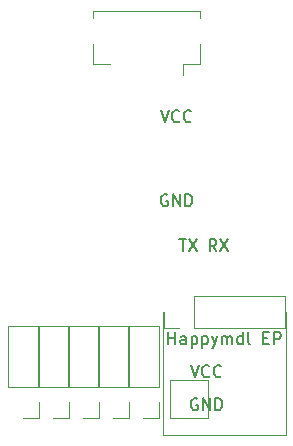
<source format=gbr>
%TF.GenerationSoftware,KiCad,Pcbnew,(5.1.9)-1*%
%TF.CreationDate,2022-05-31T00:02:38+01:00*%
%TF.ProjectId,board,626f6172-642e-46b6-9963-61645f706362,rev?*%
%TF.SameCoordinates,Original*%
%TF.FileFunction,Legend,Top*%
%TF.FilePolarity,Positive*%
%FSLAX46Y46*%
G04 Gerber Fmt 4.6, Leading zero omitted, Abs format (unit mm)*
G04 Created by KiCad (PCBNEW (5.1.9)-1) date 2022-05-31 00:02:38*
%MOMM*%
%LPD*%
G01*
G04 APERTURE LIST*
%ADD10C,0.200000*%
%ADD11C,0.120000*%
G04 APERTURE END LIST*
D10*
X114641904Y-128976380D02*
X114641904Y-127976380D01*
X114641904Y-128452571D02*
X115213333Y-128452571D01*
X115213333Y-128976380D02*
X115213333Y-127976380D01*
X116118095Y-128976380D02*
X116118095Y-128452571D01*
X116070476Y-128357333D01*
X115975238Y-128309714D01*
X115784761Y-128309714D01*
X115689523Y-128357333D01*
X116118095Y-128928761D02*
X116022857Y-128976380D01*
X115784761Y-128976380D01*
X115689523Y-128928761D01*
X115641904Y-128833523D01*
X115641904Y-128738285D01*
X115689523Y-128643047D01*
X115784761Y-128595428D01*
X116022857Y-128595428D01*
X116118095Y-128547809D01*
X116594285Y-128309714D02*
X116594285Y-129309714D01*
X116594285Y-128357333D02*
X116689523Y-128309714D01*
X116880000Y-128309714D01*
X116975238Y-128357333D01*
X117022857Y-128404952D01*
X117070476Y-128500190D01*
X117070476Y-128785904D01*
X117022857Y-128881142D01*
X116975238Y-128928761D01*
X116880000Y-128976380D01*
X116689523Y-128976380D01*
X116594285Y-128928761D01*
X117499047Y-128309714D02*
X117499047Y-129309714D01*
X117499047Y-128357333D02*
X117594285Y-128309714D01*
X117784761Y-128309714D01*
X117880000Y-128357333D01*
X117927619Y-128404952D01*
X117975238Y-128500190D01*
X117975238Y-128785904D01*
X117927619Y-128881142D01*
X117880000Y-128928761D01*
X117784761Y-128976380D01*
X117594285Y-128976380D01*
X117499047Y-128928761D01*
X118308571Y-128309714D02*
X118546666Y-128976380D01*
X118784761Y-128309714D02*
X118546666Y-128976380D01*
X118451428Y-129214476D01*
X118403809Y-129262095D01*
X118308571Y-129309714D01*
X119165714Y-128976380D02*
X119165714Y-128309714D01*
X119165714Y-128404952D02*
X119213333Y-128357333D01*
X119308571Y-128309714D01*
X119451428Y-128309714D01*
X119546666Y-128357333D01*
X119594285Y-128452571D01*
X119594285Y-128976380D01*
X119594285Y-128452571D02*
X119641904Y-128357333D01*
X119737142Y-128309714D01*
X119880000Y-128309714D01*
X119975238Y-128357333D01*
X120022857Y-128452571D01*
X120022857Y-128976380D01*
X120927619Y-128976380D02*
X120927619Y-127976380D01*
X120927619Y-128928761D02*
X120832380Y-128976380D01*
X120641904Y-128976380D01*
X120546666Y-128928761D01*
X120499047Y-128881142D01*
X120451428Y-128785904D01*
X120451428Y-128500190D01*
X120499047Y-128404952D01*
X120546666Y-128357333D01*
X120641904Y-128309714D01*
X120832380Y-128309714D01*
X120927619Y-128357333D01*
X121546666Y-128976380D02*
X121451428Y-128928761D01*
X121403809Y-128833523D01*
X121403809Y-127976380D01*
X122689523Y-128452571D02*
X123022857Y-128452571D01*
X123165714Y-128976380D02*
X122689523Y-128976380D01*
X122689523Y-127976380D01*
X123165714Y-127976380D01*
X123594285Y-128976380D02*
X123594285Y-127976380D01*
X123975238Y-127976380D01*
X124070476Y-128024000D01*
X124118095Y-128071619D01*
X124165714Y-128166857D01*
X124165714Y-128309714D01*
X124118095Y-128404952D01*
X124070476Y-128452571D01*
X123975238Y-128500190D01*
X123594285Y-128500190D01*
X117094095Y-133612000D02*
X116998857Y-133564380D01*
X116856000Y-133564380D01*
X116713142Y-133612000D01*
X116617904Y-133707238D01*
X116570285Y-133802476D01*
X116522666Y-133992952D01*
X116522666Y-134135809D01*
X116570285Y-134326285D01*
X116617904Y-134421523D01*
X116713142Y-134516761D01*
X116856000Y-134564380D01*
X116951238Y-134564380D01*
X117094095Y-134516761D01*
X117141714Y-134469142D01*
X117141714Y-134135809D01*
X116951238Y-134135809D01*
X117570285Y-134564380D02*
X117570285Y-133564380D01*
X118141714Y-134564380D01*
X118141714Y-133564380D01*
X118617904Y-134564380D02*
X118617904Y-133564380D01*
X118856000Y-133564380D01*
X118998857Y-133612000D01*
X119094095Y-133707238D01*
X119141714Y-133802476D01*
X119189333Y-133992952D01*
X119189333Y-134135809D01*
X119141714Y-134326285D01*
X119094095Y-134421523D01*
X118998857Y-134516761D01*
X118856000Y-134564380D01*
X118617904Y-134564380D01*
X116522666Y-130770380D02*
X116856000Y-131770380D01*
X117189333Y-130770380D01*
X118094095Y-131675142D02*
X118046476Y-131722761D01*
X117903619Y-131770380D01*
X117808380Y-131770380D01*
X117665523Y-131722761D01*
X117570285Y-131627523D01*
X117522666Y-131532285D01*
X117475047Y-131341809D01*
X117475047Y-131198952D01*
X117522666Y-131008476D01*
X117570285Y-130913238D01*
X117665523Y-130818000D01*
X117808380Y-130770380D01*
X117903619Y-130770380D01*
X118046476Y-130818000D01*
X118094095Y-130865619D01*
X119094095Y-131675142D02*
X119046476Y-131722761D01*
X118903619Y-131770380D01*
X118808380Y-131770380D01*
X118665523Y-131722761D01*
X118570285Y-131627523D01*
X118522666Y-131532285D01*
X118475047Y-131341809D01*
X118475047Y-131198952D01*
X118522666Y-131008476D01*
X118570285Y-130913238D01*
X118665523Y-130818000D01*
X118808380Y-130770380D01*
X118903619Y-130770380D01*
X119046476Y-130818000D01*
X119094095Y-130865619D01*
X114554095Y-116340000D02*
X114458857Y-116292380D01*
X114316000Y-116292380D01*
X114173142Y-116340000D01*
X114077904Y-116435238D01*
X114030285Y-116530476D01*
X113982666Y-116720952D01*
X113982666Y-116863809D01*
X114030285Y-117054285D01*
X114077904Y-117149523D01*
X114173142Y-117244761D01*
X114316000Y-117292380D01*
X114411238Y-117292380D01*
X114554095Y-117244761D01*
X114601714Y-117197142D01*
X114601714Y-116863809D01*
X114411238Y-116863809D01*
X115030285Y-117292380D02*
X115030285Y-116292380D01*
X115601714Y-117292380D01*
X115601714Y-116292380D01*
X116077904Y-117292380D02*
X116077904Y-116292380D01*
X116316000Y-116292380D01*
X116458857Y-116340000D01*
X116554095Y-116435238D01*
X116601714Y-116530476D01*
X116649333Y-116720952D01*
X116649333Y-116863809D01*
X116601714Y-117054285D01*
X116554095Y-117149523D01*
X116458857Y-117244761D01*
X116316000Y-117292380D01*
X116077904Y-117292380D01*
X113982666Y-109180380D02*
X114316000Y-110180380D01*
X114649333Y-109180380D01*
X115554095Y-110085142D02*
X115506476Y-110132761D01*
X115363619Y-110180380D01*
X115268380Y-110180380D01*
X115125523Y-110132761D01*
X115030285Y-110037523D01*
X114982666Y-109942285D01*
X114935047Y-109751809D01*
X114935047Y-109608952D01*
X114982666Y-109418476D01*
X115030285Y-109323238D01*
X115125523Y-109228000D01*
X115268380Y-109180380D01*
X115363619Y-109180380D01*
X115506476Y-109228000D01*
X115554095Y-109275619D01*
X116554095Y-110085142D02*
X116506476Y-110132761D01*
X116363619Y-110180380D01*
X116268380Y-110180380D01*
X116125523Y-110132761D01*
X116030285Y-110037523D01*
X115982666Y-109942285D01*
X115935047Y-109751809D01*
X115935047Y-109608952D01*
X115982666Y-109418476D01*
X116030285Y-109323238D01*
X116125523Y-109228000D01*
X116268380Y-109180380D01*
X116363619Y-109180380D01*
X116506476Y-109228000D01*
X116554095Y-109275619D01*
X118705333Y-121102380D02*
X118372000Y-120626190D01*
X118133904Y-121102380D02*
X118133904Y-120102380D01*
X118514857Y-120102380D01*
X118610095Y-120150000D01*
X118657714Y-120197619D01*
X118705333Y-120292857D01*
X118705333Y-120435714D01*
X118657714Y-120530952D01*
X118610095Y-120578571D01*
X118514857Y-120626190D01*
X118133904Y-120626190D01*
X119038666Y-120102380D02*
X119705333Y-121102380D01*
X119705333Y-120102380D02*
X119038666Y-121102380D01*
X115570095Y-120102380D02*
X116141523Y-120102380D01*
X115855809Y-121102380D02*
X115855809Y-120102380D01*
X116379619Y-120102380D02*
X117046285Y-121102380D01*
X117046285Y-120102380D02*
X116379619Y-121102380D01*
D11*
%TO.C,REF\u002A\u002A*%
X114240000Y-127568000D02*
X114240000Y-126238000D01*
X115570000Y-127568000D02*
X114240000Y-127568000D01*
X116840000Y-127568000D02*
X116840000Y-124908000D01*
X116840000Y-124908000D02*
X124520000Y-124908000D01*
X116840000Y-127568000D02*
X124520000Y-127568000D01*
X124520000Y-127568000D02*
X124520000Y-124908000D01*
X124470000Y-136638000D02*
X114170000Y-136638000D01*
X114170000Y-136638000D02*
X114170000Y-126238000D01*
X124570000Y-126238000D02*
X124570000Y-136638000D01*
X114770000Y-135238000D02*
X114770000Y-132038000D01*
X114770000Y-132038000D02*
X117970000Y-132038000D01*
X117970000Y-135238000D02*
X117970000Y-132038000D01*
X117970000Y-135238000D02*
X114770000Y-135238000D01*
%TO.C,J11*%
X113852000Y-127448000D02*
X111192000Y-127448000D01*
X113852000Y-132588000D02*
X113852000Y-127448000D01*
X111192000Y-132588000D02*
X111192000Y-127448000D01*
X113852000Y-132588000D02*
X111192000Y-132588000D01*
X113852000Y-133858000D02*
X113852000Y-135188000D01*
X113852000Y-135188000D02*
X112522000Y-135188000D01*
%TO.C,J1*%
X117286000Y-103546000D02*
X117286000Y-105296000D01*
X117286000Y-105296000D02*
X115836000Y-105296000D01*
X115836000Y-105296000D02*
X115836000Y-106186000D01*
X108266000Y-103546000D02*
X108266000Y-105296000D01*
X108266000Y-105296000D02*
X109716000Y-105296000D01*
X117286000Y-101326000D02*
X117286000Y-100776000D01*
X117286000Y-100776000D02*
X108266000Y-100776000D01*
X108266000Y-100776000D02*
X108266000Y-101326000D01*
%TO.C,J5*%
X111312000Y-127448000D02*
X108652000Y-127448000D01*
X111312000Y-132588000D02*
X111312000Y-127448000D01*
X108652000Y-132588000D02*
X108652000Y-127448000D01*
X111312000Y-132588000D02*
X108652000Y-132588000D01*
X111312000Y-133858000D02*
X111312000Y-135188000D01*
X111312000Y-135188000D02*
X109982000Y-135188000D01*
%TO.C,J4*%
X108772000Y-127448000D02*
X106112000Y-127448000D01*
X108772000Y-132588000D02*
X108772000Y-127448000D01*
X106112000Y-132588000D02*
X106112000Y-127448000D01*
X108772000Y-132588000D02*
X106112000Y-132588000D01*
X108772000Y-133858000D02*
X108772000Y-135188000D01*
X108772000Y-135188000D02*
X107442000Y-135188000D01*
%TO.C,J3*%
X106232000Y-127448000D02*
X103572000Y-127448000D01*
X106232000Y-132588000D02*
X106232000Y-127448000D01*
X103572000Y-132588000D02*
X103572000Y-127448000D01*
X106232000Y-132588000D02*
X103572000Y-132588000D01*
X106232000Y-133858000D02*
X106232000Y-135188000D01*
X106232000Y-135188000D02*
X104902000Y-135188000D01*
%TO.C,J2*%
X103692000Y-127448000D02*
X101032000Y-127448000D01*
X103692000Y-132588000D02*
X103692000Y-127448000D01*
X101032000Y-132588000D02*
X101032000Y-127448000D01*
X103692000Y-132588000D02*
X101032000Y-132588000D01*
X103692000Y-133858000D02*
X103692000Y-135188000D01*
X103692000Y-135188000D02*
X102362000Y-135188000D01*
%TD*%
M02*

</source>
